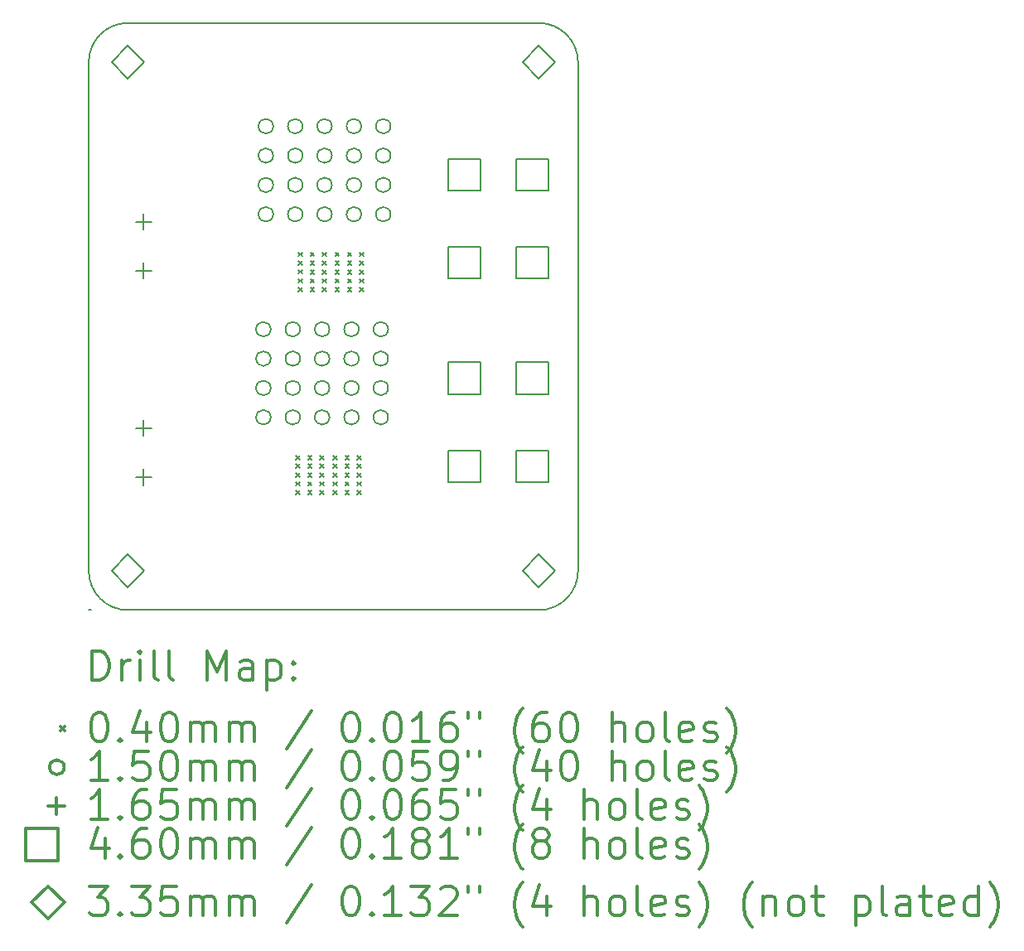
<source format=gbr>
%FSLAX45Y45*%
G04 Gerber Fmt 4.5, Leading zero omitted, Abs format (unit mm)*
G04 Created by KiCad (PCBNEW (5.1.5)-3) date 2020-03-28 10:17:10*
%MOMM*%
%LPD*%
G04 APERTURE LIST*
%TA.AperFunction,Profile*%
%ADD10C,0.150000*%
%TD*%
%ADD11C,0.200000*%
%ADD12C,0.300000*%
G04 APERTURE END LIST*
D10*
X7300000Y-6100000D02*
G75*
G02X7700000Y-5700000I400000J0D01*
G01*
X7700000Y-11700000D02*
G75*
G02X7300000Y-11300000I0J400000D01*
G01*
X12300000Y-11300000D02*
G75*
G02X11900000Y-11700000I-400000J0D01*
G01*
X11900000Y-5700000D02*
G75*
G02X12300000Y-6100000I0J-400000D01*
G01*
X7700000Y-11700000D02*
X11900000Y-11700000D01*
X7700000Y-5700000D02*
X11900000Y-5700000D01*
X12300000Y-11300000D02*
X12300000Y-6100000D01*
X7300000Y-11300000D02*
X7300000Y-6100000D01*
X7300000Y-11700000D02*
X7325000Y-11700000D01*
D11*
X9415000Y-10120000D02*
X9455000Y-10160000D01*
X9455000Y-10120000D02*
X9415000Y-10160000D01*
X9415000Y-10210000D02*
X9455000Y-10250000D01*
X9455000Y-10210000D02*
X9415000Y-10250000D01*
X9415000Y-10300000D02*
X9455000Y-10340000D01*
X9455000Y-10300000D02*
X9415000Y-10340000D01*
X9415000Y-10390000D02*
X9455000Y-10430000D01*
X9455000Y-10390000D02*
X9415000Y-10430000D01*
X9415000Y-10480000D02*
X9455000Y-10520000D01*
X9455000Y-10480000D02*
X9415000Y-10520000D01*
X9440000Y-8045000D02*
X9480000Y-8085000D01*
X9480000Y-8045000D02*
X9440000Y-8085000D01*
X9440000Y-8135000D02*
X9480000Y-8175000D01*
X9480000Y-8135000D02*
X9440000Y-8175000D01*
X9440000Y-8222500D02*
X9480000Y-8262500D01*
X9480000Y-8222500D02*
X9440000Y-8262500D01*
X9440000Y-8315000D02*
X9480000Y-8355000D01*
X9480000Y-8315000D02*
X9440000Y-8355000D01*
X9440000Y-8405000D02*
X9480000Y-8445000D01*
X9480000Y-8405000D02*
X9440000Y-8445000D01*
X9540000Y-10120000D02*
X9580000Y-10160000D01*
X9580000Y-10120000D02*
X9540000Y-10160000D01*
X9540000Y-10210000D02*
X9580000Y-10250000D01*
X9580000Y-10210000D02*
X9540000Y-10250000D01*
X9540000Y-10300000D02*
X9580000Y-10340000D01*
X9580000Y-10300000D02*
X9540000Y-10340000D01*
X9540000Y-10390000D02*
X9580000Y-10430000D01*
X9580000Y-10390000D02*
X9540000Y-10430000D01*
X9540000Y-10480000D02*
X9580000Y-10520000D01*
X9580000Y-10480000D02*
X9540000Y-10520000D01*
X9565000Y-8045000D02*
X9605000Y-8085000D01*
X9605000Y-8045000D02*
X9565000Y-8085000D01*
X9565000Y-8135000D02*
X9605000Y-8175000D01*
X9605000Y-8135000D02*
X9565000Y-8175000D01*
X9565000Y-8225000D02*
X9605000Y-8265000D01*
X9605000Y-8225000D02*
X9565000Y-8265000D01*
X9565000Y-8315000D02*
X9605000Y-8355000D01*
X9605000Y-8315000D02*
X9565000Y-8355000D01*
X9565000Y-8405000D02*
X9605000Y-8445000D01*
X9605000Y-8405000D02*
X9565000Y-8445000D01*
X9665000Y-10120000D02*
X9705000Y-10160000D01*
X9705000Y-10120000D02*
X9665000Y-10160000D01*
X9665000Y-10210000D02*
X9705000Y-10250000D01*
X9705000Y-10210000D02*
X9665000Y-10250000D01*
X9665000Y-10300000D02*
X9705000Y-10340000D01*
X9705000Y-10300000D02*
X9665000Y-10340000D01*
X9665000Y-10390000D02*
X9705000Y-10430000D01*
X9705000Y-10390000D02*
X9665000Y-10430000D01*
X9665000Y-10480000D02*
X9705000Y-10520000D01*
X9705000Y-10480000D02*
X9665000Y-10520000D01*
X9690000Y-8045000D02*
X9730000Y-8085000D01*
X9730000Y-8045000D02*
X9690000Y-8085000D01*
X9690000Y-8135000D02*
X9730000Y-8175000D01*
X9730000Y-8135000D02*
X9690000Y-8175000D01*
X9690000Y-8225000D02*
X9730000Y-8265000D01*
X9730000Y-8225000D02*
X9690000Y-8265000D01*
X9690000Y-8315000D02*
X9730000Y-8355000D01*
X9730000Y-8315000D02*
X9690000Y-8355000D01*
X9690000Y-8405000D02*
X9730000Y-8445000D01*
X9730000Y-8405000D02*
X9690000Y-8445000D01*
X9795000Y-10120000D02*
X9835000Y-10160000D01*
X9835000Y-10120000D02*
X9795000Y-10160000D01*
X9795000Y-10210000D02*
X9835000Y-10250000D01*
X9835000Y-10210000D02*
X9795000Y-10250000D01*
X9795000Y-10300000D02*
X9835000Y-10340000D01*
X9835000Y-10300000D02*
X9795000Y-10340000D01*
X9795000Y-10390000D02*
X9835000Y-10430000D01*
X9835000Y-10390000D02*
X9795000Y-10430000D01*
X9795000Y-10480000D02*
X9835000Y-10520000D01*
X9835000Y-10480000D02*
X9795000Y-10520000D01*
X9820000Y-8045000D02*
X9860000Y-8085000D01*
X9860000Y-8045000D02*
X9820000Y-8085000D01*
X9820000Y-8135000D02*
X9860000Y-8175000D01*
X9860000Y-8135000D02*
X9820000Y-8175000D01*
X9820000Y-8225000D02*
X9860000Y-8265000D01*
X9860000Y-8225000D02*
X9820000Y-8265000D01*
X9820000Y-8315000D02*
X9860000Y-8355000D01*
X9860000Y-8315000D02*
X9820000Y-8355000D01*
X9820000Y-8405000D02*
X9860000Y-8445000D01*
X9860000Y-8405000D02*
X9820000Y-8445000D01*
X9920000Y-10120000D02*
X9960000Y-10160000D01*
X9960000Y-10120000D02*
X9920000Y-10160000D01*
X9920000Y-10210000D02*
X9960000Y-10250000D01*
X9960000Y-10210000D02*
X9920000Y-10250000D01*
X9920000Y-10300000D02*
X9960000Y-10340000D01*
X9960000Y-10300000D02*
X9920000Y-10340000D01*
X9920000Y-10390000D02*
X9960000Y-10430000D01*
X9960000Y-10390000D02*
X9920000Y-10430000D01*
X9920000Y-10480000D02*
X9960000Y-10520000D01*
X9960000Y-10480000D02*
X9920000Y-10520000D01*
X9945000Y-8045000D02*
X9985000Y-8085000D01*
X9985000Y-8045000D02*
X9945000Y-8085000D01*
X9945000Y-8135000D02*
X9985000Y-8175000D01*
X9985000Y-8135000D02*
X9945000Y-8175000D01*
X9945000Y-8225000D02*
X9985000Y-8265000D01*
X9985000Y-8225000D02*
X9945000Y-8265000D01*
X9945000Y-8315000D02*
X9985000Y-8355000D01*
X9985000Y-8315000D02*
X9945000Y-8355000D01*
X9945000Y-8405000D02*
X9985000Y-8445000D01*
X9985000Y-8405000D02*
X9945000Y-8445000D01*
X10045000Y-10120000D02*
X10085000Y-10160000D01*
X10085000Y-10120000D02*
X10045000Y-10160000D01*
X10045000Y-10210000D02*
X10085000Y-10250000D01*
X10085000Y-10210000D02*
X10045000Y-10250000D01*
X10045000Y-10300000D02*
X10085000Y-10340000D01*
X10085000Y-10300000D02*
X10045000Y-10340000D01*
X10045000Y-10390000D02*
X10085000Y-10430000D01*
X10085000Y-10390000D02*
X10045000Y-10430000D01*
X10045000Y-10480000D02*
X10085000Y-10520000D01*
X10085000Y-10480000D02*
X10045000Y-10520000D01*
X10070000Y-8045000D02*
X10110000Y-8085000D01*
X10110000Y-8045000D02*
X10070000Y-8085000D01*
X10070000Y-8135000D02*
X10110000Y-8175000D01*
X10110000Y-8135000D02*
X10070000Y-8175000D01*
X10070000Y-8225000D02*
X10110000Y-8265000D01*
X10110000Y-8225000D02*
X10070000Y-8265000D01*
X10070000Y-8315000D02*
X10110000Y-8355000D01*
X10110000Y-8315000D02*
X10070000Y-8355000D01*
X10070000Y-8405000D02*
X10110000Y-8445000D01*
X10110000Y-8405000D02*
X10070000Y-8445000D01*
X9160000Y-8830000D02*
G75*
G03X9160000Y-8830000I-75000J0D01*
G01*
X9160000Y-9130000D02*
G75*
G03X9160000Y-9130000I-75000J0D01*
G01*
X9160000Y-9430000D02*
G75*
G03X9160000Y-9430000I-75000J0D01*
G01*
X9160000Y-9730000D02*
G75*
G03X9160000Y-9730000I-75000J0D01*
G01*
X9460000Y-8830000D02*
G75*
G03X9460000Y-8830000I-75000J0D01*
G01*
X9460000Y-9130000D02*
G75*
G03X9460000Y-9130000I-75000J0D01*
G01*
X9460000Y-9430000D02*
G75*
G03X9460000Y-9430000I-75000J0D01*
G01*
X9460000Y-9730000D02*
G75*
G03X9460000Y-9730000I-75000J0D01*
G01*
X9760000Y-8830000D02*
G75*
G03X9760000Y-8830000I-75000J0D01*
G01*
X9760000Y-9130000D02*
G75*
G03X9760000Y-9130000I-75000J0D01*
G01*
X9760000Y-9430000D02*
G75*
G03X9760000Y-9430000I-75000J0D01*
G01*
X9760000Y-9730000D02*
G75*
G03X9760000Y-9730000I-75000J0D01*
G01*
X10060000Y-8830000D02*
G75*
G03X10060000Y-8830000I-75000J0D01*
G01*
X10060000Y-9130000D02*
G75*
G03X10060000Y-9130000I-75000J0D01*
G01*
X10060000Y-9430000D02*
G75*
G03X10060000Y-9430000I-75000J0D01*
G01*
X10060000Y-9730000D02*
G75*
G03X10060000Y-9730000I-75000J0D01*
G01*
X10360000Y-8830000D02*
G75*
G03X10360000Y-8830000I-75000J0D01*
G01*
X10360000Y-9130000D02*
G75*
G03X10360000Y-9130000I-75000J0D01*
G01*
X10360000Y-9430000D02*
G75*
G03X10360000Y-9430000I-75000J0D01*
G01*
X10360000Y-9730000D02*
G75*
G03X10360000Y-9730000I-75000J0D01*
G01*
X9185000Y-6755000D02*
G75*
G03X9185000Y-6755000I-75000J0D01*
G01*
X9185000Y-7055000D02*
G75*
G03X9185000Y-7055000I-75000J0D01*
G01*
X9185000Y-7355000D02*
G75*
G03X9185000Y-7355000I-75000J0D01*
G01*
X9185000Y-7655000D02*
G75*
G03X9185000Y-7655000I-75000J0D01*
G01*
X9485000Y-6755000D02*
G75*
G03X9485000Y-6755000I-75000J0D01*
G01*
X9485000Y-7055000D02*
G75*
G03X9485000Y-7055000I-75000J0D01*
G01*
X9485000Y-7355000D02*
G75*
G03X9485000Y-7355000I-75000J0D01*
G01*
X9485000Y-7655000D02*
G75*
G03X9485000Y-7655000I-75000J0D01*
G01*
X9785000Y-6755000D02*
G75*
G03X9785000Y-6755000I-75000J0D01*
G01*
X9785000Y-7055000D02*
G75*
G03X9785000Y-7055000I-75000J0D01*
G01*
X9785000Y-7355000D02*
G75*
G03X9785000Y-7355000I-75000J0D01*
G01*
X9785000Y-7655000D02*
G75*
G03X9785000Y-7655000I-75000J0D01*
G01*
X10085000Y-6755000D02*
G75*
G03X10085000Y-6755000I-75000J0D01*
G01*
X10085000Y-7055000D02*
G75*
G03X10085000Y-7055000I-75000J0D01*
G01*
X10085000Y-7355000D02*
G75*
G03X10085000Y-7355000I-75000J0D01*
G01*
X10085000Y-7655000D02*
G75*
G03X10085000Y-7655000I-75000J0D01*
G01*
X10385000Y-6755000D02*
G75*
G03X10385000Y-6755000I-75000J0D01*
G01*
X10385000Y-7055000D02*
G75*
G03X10385000Y-7055000I-75000J0D01*
G01*
X10385000Y-7355000D02*
G75*
G03X10385000Y-7355000I-75000J0D01*
G01*
X10385000Y-7655000D02*
G75*
G03X10385000Y-7655000I-75000J0D01*
G01*
X7860000Y-9757500D02*
X7860000Y-9922500D01*
X7777500Y-9840000D02*
X7942500Y-9840000D01*
X7860000Y-10257500D02*
X7860000Y-10422500D01*
X7777500Y-10340000D02*
X7942500Y-10340000D01*
X7860000Y-7647500D02*
X7860000Y-7812500D01*
X7777500Y-7730000D02*
X7942500Y-7730000D01*
X7860000Y-8147500D02*
X7860000Y-8312500D01*
X7777500Y-8230000D02*
X7942500Y-8230000D01*
X11300136Y-8312636D02*
X11300136Y-7987364D01*
X10974864Y-7987364D01*
X10974864Y-8312636D01*
X11300136Y-8312636D01*
X11995136Y-8312636D02*
X11995136Y-7987364D01*
X11669864Y-7987364D01*
X11669864Y-8312636D01*
X11995136Y-8312636D01*
X11300136Y-10392636D02*
X11300136Y-10067364D01*
X10974864Y-10067364D01*
X10974864Y-10392636D01*
X11300136Y-10392636D01*
X11995136Y-10392636D02*
X11995136Y-10067364D01*
X11669864Y-10067364D01*
X11669864Y-10392636D01*
X11995136Y-10392636D01*
X11300136Y-7412636D02*
X11300136Y-7087364D01*
X10974864Y-7087364D01*
X10974864Y-7412636D01*
X11300136Y-7412636D01*
X11995136Y-7412636D02*
X11995136Y-7087364D01*
X11669864Y-7087364D01*
X11669864Y-7412636D01*
X11995136Y-7412636D01*
X11300136Y-9492636D02*
X11300136Y-9167364D01*
X10974864Y-9167364D01*
X10974864Y-9492636D01*
X11300136Y-9492636D01*
X11995136Y-9492636D02*
X11995136Y-9167364D01*
X11669864Y-9167364D01*
X11669864Y-9492636D01*
X11995136Y-9492636D01*
X11900000Y-11467500D02*
X12067500Y-11300000D01*
X11900000Y-11132500D01*
X11732500Y-11300000D01*
X11900000Y-11467500D01*
X7700000Y-11467500D02*
X7867500Y-11300000D01*
X7700000Y-11132500D01*
X7532500Y-11300000D01*
X7700000Y-11467500D01*
X7700000Y-6267500D02*
X7867500Y-6100000D01*
X7700000Y-5932500D01*
X7532500Y-6100000D01*
X7700000Y-6267500D01*
X11900000Y-6267500D02*
X12067500Y-6100000D01*
X11900000Y-5932500D01*
X11732500Y-6100000D01*
X11900000Y-6267500D01*
D12*
X7336428Y-12415714D02*
X7336428Y-12115714D01*
X7407857Y-12115714D01*
X7450714Y-12130000D01*
X7479286Y-12158571D01*
X7493571Y-12187143D01*
X7507857Y-12244286D01*
X7507857Y-12287143D01*
X7493571Y-12344286D01*
X7479286Y-12372857D01*
X7450714Y-12401428D01*
X7407857Y-12415714D01*
X7336428Y-12415714D01*
X7636428Y-12415714D02*
X7636428Y-12215714D01*
X7636428Y-12272857D02*
X7650714Y-12244286D01*
X7665000Y-12230000D01*
X7693571Y-12215714D01*
X7722143Y-12215714D01*
X7822143Y-12415714D02*
X7822143Y-12215714D01*
X7822143Y-12115714D02*
X7807857Y-12130000D01*
X7822143Y-12144286D01*
X7836428Y-12130000D01*
X7822143Y-12115714D01*
X7822143Y-12144286D01*
X8007857Y-12415714D02*
X7979286Y-12401428D01*
X7965000Y-12372857D01*
X7965000Y-12115714D01*
X8165000Y-12415714D02*
X8136428Y-12401428D01*
X8122143Y-12372857D01*
X8122143Y-12115714D01*
X8507857Y-12415714D02*
X8507857Y-12115714D01*
X8607857Y-12330000D01*
X8707857Y-12115714D01*
X8707857Y-12415714D01*
X8979286Y-12415714D02*
X8979286Y-12258571D01*
X8965000Y-12230000D01*
X8936429Y-12215714D01*
X8879286Y-12215714D01*
X8850714Y-12230000D01*
X8979286Y-12401428D02*
X8950714Y-12415714D01*
X8879286Y-12415714D01*
X8850714Y-12401428D01*
X8836429Y-12372857D01*
X8836429Y-12344286D01*
X8850714Y-12315714D01*
X8879286Y-12301428D01*
X8950714Y-12301428D01*
X8979286Y-12287143D01*
X9122143Y-12215714D02*
X9122143Y-12515714D01*
X9122143Y-12230000D02*
X9150714Y-12215714D01*
X9207857Y-12215714D01*
X9236429Y-12230000D01*
X9250714Y-12244286D01*
X9265000Y-12272857D01*
X9265000Y-12358571D01*
X9250714Y-12387143D01*
X9236429Y-12401428D01*
X9207857Y-12415714D01*
X9150714Y-12415714D01*
X9122143Y-12401428D01*
X9393571Y-12387143D02*
X9407857Y-12401428D01*
X9393571Y-12415714D01*
X9379286Y-12401428D01*
X9393571Y-12387143D01*
X9393571Y-12415714D01*
X9393571Y-12230000D02*
X9407857Y-12244286D01*
X9393571Y-12258571D01*
X9379286Y-12244286D01*
X9393571Y-12230000D01*
X9393571Y-12258571D01*
X7010000Y-12890000D02*
X7050000Y-12930000D01*
X7050000Y-12890000D02*
X7010000Y-12930000D01*
X7393571Y-12745714D02*
X7422143Y-12745714D01*
X7450714Y-12760000D01*
X7465000Y-12774286D01*
X7479286Y-12802857D01*
X7493571Y-12860000D01*
X7493571Y-12931428D01*
X7479286Y-12988571D01*
X7465000Y-13017143D01*
X7450714Y-13031428D01*
X7422143Y-13045714D01*
X7393571Y-13045714D01*
X7365000Y-13031428D01*
X7350714Y-13017143D01*
X7336428Y-12988571D01*
X7322143Y-12931428D01*
X7322143Y-12860000D01*
X7336428Y-12802857D01*
X7350714Y-12774286D01*
X7365000Y-12760000D01*
X7393571Y-12745714D01*
X7622143Y-13017143D02*
X7636428Y-13031428D01*
X7622143Y-13045714D01*
X7607857Y-13031428D01*
X7622143Y-13017143D01*
X7622143Y-13045714D01*
X7893571Y-12845714D02*
X7893571Y-13045714D01*
X7822143Y-12731428D02*
X7750714Y-12945714D01*
X7936428Y-12945714D01*
X8107857Y-12745714D02*
X8136428Y-12745714D01*
X8165000Y-12760000D01*
X8179286Y-12774286D01*
X8193571Y-12802857D01*
X8207857Y-12860000D01*
X8207857Y-12931428D01*
X8193571Y-12988571D01*
X8179286Y-13017143D01*
X8165000Y-13031428D01*
X8136428Y-13045714D01*
X8107857Y-13045714D01*
X8079286Y-13031428D01*
X8065000Y-13017143D01*
X8050714Y-12988571D01*
X8036428Y-12931428D01*
X8036428Y-12860000D01*
X8050714Y-12802857D01*
X8065000Y-12774286D01*
X8079286Y-12760000D01*
X8107857Y-12745714D01*
X8336428Y-13045714D02*
X8336428Y-12845714D01*
X8336428Y-12874286D02*
X8350714Y-12860000D01*
X8379286Y-12845714D01*
X8422143Y-12845714D01*
X8450714Y-12860000D01*
X8465000Y-12888571D01*
X8465000Y-13045714D01*
X8465000Y-12888571D02*
X8479286Y-12860000D01*
X8507857Y-12845714D01*
X8550714Y-12845714D01*
X8579286Y-12860000D01*
X8593571Y-12888571D01*
X8593571Y-13045714D01*
X8736429Y-13045714D02*
X8736429Y-12845714D01*
X8736429Y-12874286D02*
X8750714Y-12860000D01*
X8779286Y-12845714D01*
X8822143Y-12845714D01*
X8850714Y-12860000D01*
X8865000Y-12888571D01*
X8865000Y-13045714D01*
X8865000Y-12888571D02*
X8879286Y-12860000D01*
X8907857Y-12845714D01*
X8950714Y-12845714D01*
X8979286Y-12860000D01*
X8993571Y-12888571D01*
X8993571Y-13045714D01*
X9579286Y-12731428D02*
X9322143Y-13117143D01*
X9965000Y-12745714D02*
X9993571Y-12745714D01*
X10022143Y-12760000D01*
X10036429Y-12774286D01*
X10050714Y-12802857D01*
X10065000Y-12860000D01*
X10065000Y-12931428D01*
X10050714Y-12988571D01*
X10036429Y-13017143D01*
X10022143Y-13031428D01*
X9993571Y-13045714D01*
X9965000Y-13045714D01*
X9936429Y-13031428D01*
X9922143Y-13017143D01*
X9907857Y-12988571D01*
X9893571Y-12931428D01*
X9893571Y-12860000D01*
X9907857Y-12802857D01*
X9922143Y-12774286D01*
X9936429Y-12760000D01*
X9965000Y-12745714D01*
X10193571Y-13017143D02*
X10207857Y-13031428D01*
X10193571Y-13045714D01*
X10179286Y-13031428D01*
X10193571Y-13017143D01*
X10193571Y-13045714D01*
X10393571Y-12745714D02*
X10422143Y-12745714D01*
X10450714Y-12760000D01*
X10465000Y-12774286D01*
X10479286Y-12802857D01*
X10493571Y-12860000D01*
X10493571Y-12931428D01*
X10479286Y-12988571D01*
X10465000Y-13017143D01*
X10450714Y-13031428D01*
X10422143Y-13045714D01*
X10393571Y-13045714D01*
X10365000Y-13031428D01*
X10350714Y-13017143D01*
X10336429Y-12988571D01*
X10322143Y-12931428D01*
X10322143Y-12860000D01*
X10336429Y-12802857D01*
X10350714Y-12774286D01*
X10365000Y-12760000D01*
X10393571Y-12745714D01*
X10779286Y-13045714D02*
X10607857Y-13045714D01*
X10693571Y-13045714D02*
X10693571Y-12745714D01*
X10665000Y-12788571D01*
X10636429Y-12817143D01*
X10607857Y-12831428D01*
X11036429Y-12745714D02*
X10979286Y-12745714D01*
X10950714Y-12760000D01*
X10936429Y-12774286D01*
X10907857Y-12817143D01*
X10893571Y-12874286D01*
X10893571Y-12988571D01*
X10907857Y-13017143D01*
X10922143Y-13031428D01*
X10950714Y-13045714D01*
X11007857Y-13045714D01*
X11036429Y-13031428D01*
X11050714Y-13017143D01*
X11065000Y-12988571D01*
X11065000Y-12917143D01*
X11050714Y-12888571D01*
X11036429Y-12874286D01*
X11007857Y-12860000D01*
X10950714Y-12860000D01*
X10922143Y-12874286D01*
X10907857Y-12888571D01*
X10893571Y-12917143D01*
X11179286Y-12745714D02*
X11179286Y-12802857D01*
X11293571Y-12745714D02*
X11293571Y-12802857D01*
X11736428Y-13160000D02*
X11722143Y-13145714D01*
X11693571Y-13102857D01*
X11679286Y-13074286D01*
X11665000Y-13031428D01*
X11650714Y-12960000D01*
X11650714Y-12902857D01*
X11665000Y-12831428D01*
X11679286Y-12788571D01*
X11693571Y-12760000D01*
X11722143Y-12717143D01*
X11736428Y-12702857D01*
X11979286Y-12745714D02*
X11922143Y-12745714D01*
X11893571Y-12760000D01*
X11879286Y-12774286D01*
X11850714Y-12817143D01*
X11836428Y-12874286D01*
X11836428Y-12988571D01*
X11850714Y-13017143D01*
X11865000Y-13031428D01*
X11893571Y-13045714D01*
X11950714Y-13045714D01*
X11979286Y-13031428D01*
X11993571Y-13017143D01*
X12007857Y-12988571D01*
X12007857Y-12917143D01*
X11993571Y-12888571D01*
X11979286Y-12874286D01*
X11950714Y-12860000D01*
X11893571Y-12860000D01*
X11865000Y-12874286D01*
X11850714Y-12888571D01*
X11836428Y-12917143D01*
X12193571Y-12745714D02*
X12222143Y-12745714D01*
X12250714Y-12760000D01*
X12265000Y-12774286D01*
X12279286Y-12802857D01*
X12293571Y-12860000D01*
X12293571Y-12931428D01*
X12279286Y-12988571D01*
X12265000Y-13017143D01*
X12250714Y-13031428D01*
X12222143Y-13045714D01*
X12193571Y-13045714D01*
X12165000Y-13031428D01*
X12150714Y-13017143D01*
X12136428Y-12988571D01*
X12122143Y-12931428D01*
X12122143Y-12860000D01*
X12136428Y-12802857D01*
X12150714Y-12774286D01*
X12165000Y-12760000D01*
X12193571Y-12745714D01*
X12650714Y-13045714D02*
X12650714Y-12745714D01*
X12779286Y-13045714D02*
X12779286Y-12888571D01*
X12765000Y-12860000D01*
X12736428Y-12845714D01*
X12693571Y-12845714D01*
X12665000Y-12860000D01*
X12650714Y-12874286D01*
X12965000Y-13045714D02*
X12936428Y-13031428D01*
X12922143Y-13017143D01*
X12907857Y-12988571D01*
X12907857Y-12902857D01*
X12922143Y-12874286D01*
X12936428Y-12860000D01*
X12965000Y-12845714D01*
X13007857Y-12845714D01*
X13036428Y-12860000D01*
X13050714Y-12874286D01*
X13065000Y-12902857D01*
X13065000Y-12988571D01*
X13050714Y-13017143D01*
X13036428Y-13031428D01*
X13007857Y-13045714D01*
X12965000Y-13045714D01*
X13236428Y-13045714D02*
X13207857Y-13031428D01*
X13193571Y-13002857D01*
X13193571Y-12745714D01*
X13465000Y-13031428D02*
X13436428Y-13045714D01*
X13379286Y-13045714D01*
X13350714Y-13031428D01*
X13336428Y-13002857D01*
X13336428Y-12888571D01*
X13350714Y-12860000D01*
X13379286Y-12845714D01*
X13436428Y-12845714D01*
X13465000Y-12860000D01*
X13479286Y-12888571D01*
X13479286Y-12917143D01*
X13336428Y-12945714D01*
X13593571Y-13031428D02*
X13622143Y-13045714D01*
X13679286Y-13045714D01*
X13707857Y-13031428D01*
X13722143Y-13002857D01*
X13722143Y-12988571D01*
X13707857Y-12960000D01*
X13679286Y-12945714D01*
X13636428Y-12945714D01*
X13607857Y-12931428D01*
X13593571Y-12902857D01*
X13593571Y-12888571D01*
X13607857Y-12860000D01*
X13636428Y-12845714D01*
X13679286Y-12845714D01*
X13707857Y-12860000D01*
X13822143Y-13160000D02*
X13836428Y-13145714D01*
X13865000Y-13102857D01*
X13879286Y-13074286D01*
X13893571Y-13031428D01*
X13907857Y-12960000D01*
X13907857Y-12902857D01*
X13893571Y-12831428D01*
X13879286Y-12788571D01*
X13865000Y-12760000D01*
X13836428Y-12717143D01*
X13822143Y-12702857D01*
X7050000Y-13306000D02*
G75*
G03X7050000Y-13306000I-75000J0D01*
G01*
X7493571Y-13441714D02*
X7322143Y-13441714D01*
X7407857Y-13441714D02*
X7407857Y-13141714D01*
X7379286Y-13184571D01*
X7350714Y-13213143D01*
X7322143Y-13227428D01*
X7622143Y-13413143D02*
X7636428Y-13427428D01*
X7622143Y-13441714D01*
X7607857Y-13427428D01*
X7622143Y-13413143D01*
X7622143Y-13441714D01*
X7907857Y-13141714D02*
X7765000Y-13141714D01*
X7750714Y-13284571D01*
X7765000Y-13270286D01*
X7793571Y-13256000D01*
X7865000Y-13256000D01*
X7893571Y-13270286D01*
X7907857Y-13284571D01*
X7922143Y-13313143D01*
X7922143Y-13384571D01*
X7907857Y-13413143D01*
X7893571Y-13427428D01*
X7865000Y-13441714D01*
X7793571Y-13441714D01*
X7765000Y-13427428D01*
X7750714Y-13413143D01*
X8107857Y-13141714D02*
X8136428Y-13141714D01*
X8165000Y-13156000D01*
X8179286Y-13170286D01*
X8193571Y-13198857D01*
X8207857Y-13256000D01*
X8207857Y-13327428D01*
X8193571Y-13384571D01*
X8179286Y-13413143D01*
X8165000Y-13427428D01*
X8136428Y-13441714D01*
X8107857Y-13441714D01*
X8079286Y-13427428D01*
X8065000Y-13413143D01*
X8050714Y-13384571D01*
X8036428Y-13327428D01*
X8036428Y-13256000D01*
X8050714Y-13198857D01*
X8065000Y-13170286D01*
X8079286Y-13156000D01*
X8107857Y-13141714D01*
X8336428Y-13441714D02*
X8336428Y-13241714D01*
X8336428Y-13270286D02*
X8350714Y-13256000D01*
X8379286Y-13241714D01*
X8422143Y-13241714D01*
X8450714Y-13256000D01*
X8465000Y-13284571D01*
X8465000Y-13441714D01*
X8465000Y-13284571D02*
X8479286Y-13256000D01*
X8507857Y-13241714D01*
X8550714Y-13241714D01*
X8579286Y-13256000D01*
X8593571Y-13284571D01*
X8593571Y-13441714D01*
X8736429Y-13441714D02*
X8736429Y-13241714D01*
X8736429Y-13270286D02*
X8750714Y-13256000D01*
X8779286Y-13241714D01*
X8822143Y-13241714D01*
X8850714Y-13256000D01*
X8865000Y-13284571D01*
X8865000Y-13441714D01*
X8865000Y-13284571D02*
X8879286Y-13256000D01*
X8907857Y-13241714D01*
X8950714Y-13241714D01*
X8979286Y-13256000D01*
X8993571Y-13284571D01*
X8993571Y-13441714D01*
X9579286Y-13127428D02*
X9322143Y-13513143D01*
X9965000Y-13141714D02*
X9993571Y-13141714D01*
X10022143Y-13156000D01*
X10036429Y-13170286D01*
X10050714Y-13198857D01*
X10065000Y-13256000D01*
X10065000Y-13327428D01*
X10050714Y-13384571D01*
X10036429Y-13413143D01*
X10022143Y-13427428D01*
X9993571Y-13441714D01*
X9965000Y-13441714D01*
X9936429Y-13427428D01*
X9922143Y-13413143D01*
X9907857Y-13384571D01*
X9893571Y-13327428D01*
X9893571Y-13256000D01*
X9907857Y-13198857D01*
X9922143Y-13170286D01*
X9936429Y-13156000D01*
X9965000Y-13141714D01*
X10193571Y-13413143D02*
X10207857Y-13427428D01*
X10193571Y-13441714D01*
X10179286Y-13427428D01*
X10193571Y-13413143D01*
X10193571Y-13441714D01*
X10393571Y-13141714D02*
X10422143Y-13141714D01*
X10450714Y-13156000D01*
X10465000Y-13170286D01*
X10479286Y-13198857D01*
X10493571Y-13256000D01*
X10493571Y-13327428D01*
X10479286Y-13384571D01*
X10465000Y-13413143D01*
X10450714Y-13427428D01*
X10422143Y-13441714D01*
X10393571Y-13441714D01*
X10365000Y-13427428D01*
X10350714Y-13413143D01*
X10336429Y-13384571D01*
X10322143Y-13327428D01*
X10322143Y-13256000D01*
X10336429Y-13198857D01*
X10350714Y-13170286D01*
X10365000Y-13156000D01*
X10393571Y-13141714D01*
X10765000Y-13141714D02*
X10622143Y-13141714D01*
X10607857Y-13284571D01*
X10622143Y-13270286D01*
X10650714Y-13256000D01*
X10722143Y-13256000D01*
X10750714Y-13270286D01*
X10765000Y-13284571D01*
X10779286Y-13313143D01*
X10779286Y-13384571D01*
X10765000Y-13413143D01*
X10750714Y-13427428D01*
X10722143Y-13441714D01*
X10650714Y-13441714D01*
X10622143Y-13427428D01*
X10607857Y-13413143D01*
X10922143Y-13441714D02*
X10979286Y-13441714D01*
X11007857Y-13427428D01*
X11022143Y-13413143D01*
X11050714Y-13370286D01*
X11065000Y-13313143D01*
X11065000Y-13198857D01*
X11050714Y-13170286D01*
X11036429Y-13156000D01*
X11007857Y-13141714D01*
X10950714Y-13141714D01*
X10922143Y-13156000D01*
X10907857Y-13170286D01*
X10893571Y-13198857D01*
X10893571Y-13270286D01*
X10907857Y-13298857D01*
X10922143Y-13313143D01*
X10950714Y-13327428D01*
X11007857Y-13327428D01*
X11036429Y-13313143D01*
X11050714Y-13298857D01*
X11065000Y-13270286D01*
X11179286Y-13141714D02*
X11179286Y-13198857D01*
X11293571Y-13141714D02*
X11293571Y-13198857D01*
X11736428Y-13556000D02*
X11722143Y-13541714D01*
X11693571Y-13498857D01*
X11679286Y-13470286D01*
X11665000Y-13427428D01*
X11650714Y-13356000D01*
X11650714Y-13298857D01*
X11665000Y-13227428D01*
X11679286Y-13184571D01*
X11693571Y-13156000D01*
X11722143Y-13113143D01*
X11736428Y-13098857D01*
X11979286Y-13241714D02*
X11979286Y-13441714D01*
X11907857Y-13127428D02*
X11836428Y-13341714D01*
X12022143Y-13341714D01*
X12193571Y-13141714D02*
X12222143Y-13141714D01*
X12250714Y-13156000D01*
X12265000Y-13170286D01*
X12279286Y-13198857D01*
X12293571Y-13256000D01*
X12293571Y-13327428D01*
X12279286Y-13384571D01*
X12265000Y-13413143D01*
X12250714Y-13427428D01*
X12222143Y-13441714D01*
X12193571Y-13441714D01*
X12165000Y-13427428D01*
X12150714Y-13413143D01*
X12136428Y-13384571D01*
X12122143Y-13327428D01*
X12122143Y-13256000D01*
X12136428Y-13198857D01*
X12150714Y-13170286D01*
X12165000Y-13156000D01*
X12193571Y-13141714D01*
X12650714Y-13441714D02*
X12650714Y-13141714D01*
X12779286Y-13441714D02*
X12779286Y-13284571D01*
X12765000Y-13256000D01*
X12736428Y-13241714D01*
X12693571Y-13241714D01*
X12665000Y-13256000D01*
X12650714Y-13270286D01*
X12965000Y-13441714D02*
X12936428Y-13427428D01*
X12922143Y-13413143D01*
X12907857Y-13384571D01*
X12907857Y-13298857D01*
X12922143Y-13270286D01*
X12936428Y-13256000D01*
X12965000Y-13241714D01*
X13007857Y-13241714D01*
X13036428Y-13256000D01*
X13050714Y-13270286D01*
X13065000Y-13298857D01*
X13065000Y-13384571D01*
X13050714Y-13413143D01*
X13036428Y-13427428D01*
X13007857Y-13441714D01*
X12965000Y-13441714D01*
X13236428Y-13441714D02*
X13207857Y-13427428D01*
X13193571Y-13398857D01*
X13193571Y-13141714D01*
X13465000Y-13427428D02*
X13436428Y-13441714D01*
X13379286Y-13441714D01*
X13350714Y-13427428D01*
X13336428Y-13398857D01*
X13336428Y-13284571D01*
X13350714Y-13256000D01*
X13379286Y-13241714D01*
X13436428Y-13241714D01*
X13465000Y-13256000D01*
X13479286Y-13284571D01*
X13479286Y-13313143D01*
X13336428Y-13341714D01*
X13593571Y-13427428D02*
X13622143Y-13441714D01*
X13679286Y-13441714D01*
X13707857Y-13427428D01*
X13722143Y-13398857D01*
X13722143Y-13384571D01*
X13707857Y-13356000D01*
X13679286Y-13341714D01*
X13636428Y-13341714D01*
X13607857Y-13327428D01*
X13593571Y-13298857D01*
X13593571Y-13284571D01*
X13607857Y-13256000D01*
X13636428Y-13241714D01*
X13679286Y-13241714D01*
X13707857Y-13256000D01*
X13822143Y-13556000D02*
X13836428Y-13541714D01*
X13865000Y-13498857D01*
X13879286Y-13470286D01*
X13893571Y-13427428D01*
X13907857Y-13356000D01*
X13907857Y-13298857D01*
X13893571Y-13227428D01*
X13879286Y-13184571D01*
X13865000Y-13156000D01*
X13836428Y-13113143D01*
X13822143Y-13098857D01*
X6967500Y-13619500D02*
X6967500Y-13784500D01*
X6885000Y-13702000D02*
X7050000Y-13702000D01*
X7493571Y-13837714D02*
X7322143Y-13837714D01*
X7407857Y-13837714D02*
X7407857Y-13537714D01*
X7379286Y-13580571D01*
X7350714Y-13609143D01*
X7322143Y-13623428D01*
X7622143Y-13809143D02*
X7636428Y-13823428D01*
X7622143Y-13837714D01*
X7607857Y-13823428D01*
X7622143Y-13809143D01*
X7622143Y-13837714D01*
X7893571Y-13537714D02*
X7836428Y-13537714D01*
X7807857Y-13552000D01*
X7793571Y-13566286D01*
X7765000Y-13609143D01*
X7750714Y-13666286D01*
X7750714Y-13780571D01*
X7765000Y-13809143D01*
X7779286Y-13823428D01*
X7807857Y-13837714D01*
X7865000Y-13837714D01*
X7893571Y-13823428D01*
X7907857Y-13809143D01*
X7922143Y-13780571D01*
X7922143Y-13709143D01*
X7907857Y-13680571D01*
X7893571Y-13666286D01*
X7865000Y-13652000D01*
X7807857Y-13652000D01*
X7779286Y-13666286D01*
X7765000Y-13680571D01*
X7750714Y-13709143D01*
X8193571Y-13537714D02*
X8050714Y-13537714D01*
X8036428Y-13680571D01*
X8050714Y-13666286D01*
X8079286Y-13652000D01*
X8150714Y-13652000D01*
X8179286Y-13666286D01*
X8193571Y-13680571D01*
X8207857Y-13709143D01*
X8207857Y-13780571D01*
X8193571Y-13809143D01*
X8179286Y-13823428D01*
X8150714Y-13837714D01*
X8079286Y-13837714D01*
X8050714Y-13823428D01*
X8036428Y-13809143D01*
X8336428Y-13837714D02*
X8336428Y-13637714D01*
X8336428Y-13666286D02*
X8350714Y-13652000D01*
X8379286Y-13637714D01*
X8422143Y-13637714D01*
X8450714Y-13652000D01*
X8465000Y-13680571D01*
X8465000Y-13837714D01*
X8465000Y-13680571D02*
X8479286Y-13652000D01*
X8507857Y-13637714D01*
X8550714Y-13637714D01*
X8579286Y-13652000D01*
X8593571Y-13680571D01*
X8593571Y-13837714D01*
X8736429Y-13837714D02*
X8736429Y-13637714D01*
X8736429Y-13666286D02*
X8750714Y-13652000D01*
X8779286Y-13637714D01*
X8822143Y-13637714D01*
X8850714Y-13652000D01*
X8865000Y-13680571D01*
X8865000Y-13837714D01*
X8865000Y-13680571D02*
X8879286Y-13652000D01*
X8907857Y-13637714D01*
X8950714Y-13637714D01*
X8979286Y-13652000D01*
X8993571Y-13680571D01*
X8993571Y-13837714D01*
X9579286Y-13523428D02*
X9322143Y-13909143D01*
X9965000Y-13537714D02*
X9993571Y-13537714D01*
X10022143Y-13552000D01*
X10036429Y-13566286D01*
X10050714Y-13594857D01*
X10065000Y-13652000D01*
X10065000Y-13723428D01*
X10050714Y-13780571D01*
X10036429Y-13809143D01*
X10022143Y-13823428D01*
X9993571Y-13837714D01*
X9965000Y-13837714D01*
X9936429Y-13823428D01*
X9922143Y-13809143D01*
X9907857Y-13780571D01*
X9893571Y-13723428D01*
X9893571Y-13652000D01*
X9907857Y-13594857D01*
X9922143Y-13566286D01*
X9936429Y-13552000D01*
X9965000Y-13537714D01*
X10193571Y-13809143D02*
X10207857Y-13823428D01*
X10193571Y-13837714D01*
X10179286Y-13823428D01*
X10193571Y-13809143D01*
X10193571Y-13837714D01*
X10393571Y-13537714D02*
X10422143Y-13537714D01*
X10450714Y-13552000D01*
X10465000Y-13566286D01*
X10479286Y-13594857D01*
X10493571Y-13652000D01*
X10493571Y-13723428D01*
X10479286Y-13780571D01*
X10465000Y-13809143D01*
X10450714Y-13823428D01*
X10422143Y-13837714D01*
X10393571Y-13837714D01*
X10365000Y-13823428D01*
X10350714Y-13809143D01*
X10336429Y-13780571D01*
X10322143Y-13723428D01*
X10322143Y-13652000D01*
X10336429Y-13594857D01*
X10350714Y-13566286D01*
X10365000Y-13552000D01*
X10393571Y-13537714D01*
X10750714Y-13537714D02*
X10693571Y-13537714D01*
X10665000Y-13552000D01*
X10650714Y-13566286D01*
X10622143Y-13609143D01*
X10607857Y-13666286D01*
X10607857Y-13780571D01*
X10622143Y-13809143D01*
X10636429Y-13823428D01*
X10665000Y-13837714D01*
X10722143Y-13837714D01*
X10750714Y-13823428D01*
X10765000Y-13809143D01*
X10779286Y-13780571D01*
X10779286Y-13709143D01*
X10765000Y-13680571D01*
X10750714Y-13666286D01*
X10722143Y-13652000D01*
X10665000Y-13652000D01*
X10636429Y-13666286D01*
X10622143Y-13680571D01*
X10607857Y-13709143D01*
X11050714Y-13537714D02*
X10907857Y-13537714D01*
X10893571Y-13680571D01*
X10907857Y-13666286D01*
X10936429Y-13652000D01*
X11007857Y-13652000D01*
X11036429Y-13666286D01*
X11050714Y-13680571D01*
X11065000Y-13709143D01*
X11065000Y-13780571D01*
X11050714Y-13809143D01*
X11036429Y-13823428D01*
X11007857Y-13837714D01*
X10936429Y-13837714D01*
X10907857Y-13823428D01*
X10893571Y-13809143D01*
X11179286Y-13537714D02*
X11179286Y-13594857D01*
X11293571Y-13537714D02*
X11293571Y-13594857D01*
X11736428Y-13952000D02*
X11722143Y-13937714D01*
X11693571Y-13894857D01*
X11679286Y-13866286D01*
X11665000Y-13823428D01*
X11650714Y-13752000D01*
X11650714Y-13694857D01*
X11665000Y-13623428D01*
X11679286Y-13580571D01*
X11693571Y-13552000D01*
X11722143Y-13509143D01*
X11736428Y-13494857D01*
X11979286Y-13637714D02*
X11979286Y-13837714D01*
X11907857Y-13523428D02*
X11836428Y-13737714D01*
X12022143Y-13737714D01*
X12365000Y-13837714D02*
X12365000Y-13537714D01*
X12493571Y-13837714D02*
X12493571Y-13680571D01*
X12479286Y-13652000D01*
X12450714Y-13637714D01*
X12407857Y-13637714D01*
X12379286Y-13652000D01*
X12365000Y-13666286D01*
X12679286Y-13837714D02*
X12650714Y-13823428D01*
X12636428Y-13809143D01*
X12622143Y-13780571D01*
X12622143Y-13694857D01*
X12636428Y-13666286D01*
X12650714Y-13652000D01*
X12679286Y-13637714D01*
X12722143Y-13637714D01*
X12750714Y-13652000D01*
X12765000Y-13666286D01*
X12779286Y-13694857D01*
X12779286Y-13780571D01*
X12765000Y-13809143D01*
X12750714Y-13823428D01*
X12722143Y-13837714D01*
X12679286Y-13837714D01*
X12950714Y-13837714D02*
X12922143Y-13823428D01*
X12907857Y-13794857D01*
X12907857Y-13537714D01*
X13179286Y-13823428D02*
X13150714Y-13837714D01*
X13093571Y-13837714D01*
X13065000Y-13823428D01*
X13050714Y-13794857D01*
X13050714Y-13680571D01*
X13065000Y-13652000D01*
X13093571Y-13637714D01*
X13150714Y-13637714D01*
X13179286Y-13652000D01*
X13193571Y-13680571D01*
X13193571Y-13709143D01*
X13050714Y-13737714D01*
X13307857Y-13823428D02*
X13336428Y-13837714D01*
X13393571Y-13837714D01*
X13422143Y-13823428D01*
X13436428Y-13794857D01*
X13436428Y-13780571D01*
X13422143Y-13752000D01*
X13393571Y-13737714D01*
X13350714Y-13737714D01*
X13322143Y-13723428D01*
X13307857Y-13694857D01*
X13307857Y-13680571D01*
X13322143Y-13652000D01*
X13350714Y-13637714D01*
X13393571Y-13637714D01*
X13422143Y-13652000D01*
X13536428Y-13952000D02*
X13550714Y-13937714D01*
X13579286Y-13894857D01*
X13593571Y-13866286D01*
X13607857Y-13823428D01*
X13622143Y-13752000D01*
X13622143Y-13694857D01*
X13607857Y-13623428D01*
X13593571Y-13580571D01*
X13579286Y-13552000D01*
X13550714Y-13509143D01*
X13536428Y-13494857D01*
X6982636Y-14260636D02*
X6982636Y-13935364D01*
X6657364Y-13935364D01*
X6657364Y-14260636D01*
X6982636Y-14260636D01*
X7465000Y-14033714D02*
X7465000Y-14233714D01*
X7393571Y-13919428D02*
X7322143Y-14133714D01*
X7507857Y-14133714D01*
X7622143Y-14205143D02*
X7636428Y-14219428D01*
X7622143Y-14233714D01*
X7607857Y-14219428D01*
X7622143Y-14205143D01*
X7622143Y-14233714D01*
X7893571Y-13933714D02*
X7836428Y-13933714D01*
X7807857Y-13948000D01*
X7793571Y-13962286D01*
X7765000Y-14005143D01*
X7750714Y-14062286D01*
X7750714Y-14176571D01*
X7765000Y-14205143D01*
X7779286Y-14219428D01*
X7807857Y-14233714D01*
X7865000Y-14233714D01*
X7893571Y-14219428D01*
X7907857Y-14205143D01*
X7922143Y-14176571D01*
X7922143Y-14105143D01*
X7907857Y-14076571D01*
X7893571Y-14062286D01*
X7865000Y-14048000D01*
X7807857Y-14048000D01*
X7779286Y-14062286D01*
X7765000Y-14076571D01*
X7750714Y-14105143D01*
X8107857Y-13933714D02*
X8136428Y-13933714D01*
X8165000Y-13948000D01*
X8179286Y-13962286D01*
X8193571Y-13990857D01*
X8207857Y-14048000D01*
X8207857Y-14119428D01*
X8193571Y-14176571D01*
X8179286Y-14205143D01*
X8165000Y-14219428D01*
X8136428Y-14233714D01*
X8107857Y-14233714D01*
X8079286Y-14219428D01*
X8065000Y-14205143D01*
X8050714Y-14176571D01*
X8036428Y-14119428D01*
X8036428Y-14048000D01*
X8050714Y-13990857D01*
X8065000Y-13962286D01*
X8079286Y-13948000D01*
X8107857Y-13933714D01*
X8336428Y-14233714D02*
X8336428Y-14033714D01*
X8336428Y-14062286D02*
X8350714Y-14048000D01*
X8379286Y-14033714D01*
X8422143Y-14033714D01*
X8450714Y-14048000D01*
X8465000Y-14076571D01*
X8465000Y-14233714D01*
X8465000Y-14076571D02*
X8479286Y-14048000D01*
X8507857Y-14033714D01*
X8550714Y-14033714D01*
X8579286Y-14048000D01*
X8593571Y-14076571D01*
X8593571Y-14233714D01*
X8736429Y-14233714D02*
X8736429Y-14033714D01*
X8736429Y-14062286D02*
X8750714Y-14048000D01*
X8779286Y-14033714D01*
X8822143Y-14033714D01*
X8850714Y-14048000D01*
X8865000Y-14076571D01*
X8865000Y-14233714D01*
X8865000Y-14076571D02*
X8879286Y-14048000D01*
X8907857Y-14033714D01*
X8950714Y-14033714D01*
X8979286Y-14048000D01*
X8993571Y-14076571D01*
X8993571Y-14233714D01*
X9579286Y-13919428D02*
X9322143Y-14305143D01*
X9965000Y-13933714D02*
X9993571Y-13933714D01*
X10022143Y-13948000D01*
X10036429Y-13962286D01*
X10050714Y-13990857D01*
X10065000Y-14048000D01*
X10065000Y-14119428D01*
X10050714Y-14176571D01*
X10036429Y-14205143D01*
X10022143Y-14219428D01*
X9993571Y-14233714D01*
X9965000Y-14233714D01*
X9936429Y-14219428D01*
X9922143Y-14205143D01*
X9907857Y-14176571D01*
X9893571Y-14119428D01*
X9893571Y-14048000D01*
X9907857Y-13990857D01*
X9922143Y-13962286D01*
X9936429Y-13948000D01*
X9965000Y-13933714D01*
X10193571Y-14205143D02*
X10207857Y-14219428D01*
X10193571Y-14233714D01*
X10179286Y-14219428D01*
X10193571Y-14205143D01*
X10193571Y-14233714D01*
X10493571Y-14233714D02*
X10322143Y-14233714D01*
X10407857Y-14233714D02*
X10407857Y-13933714D01*
X10379286Y-13976571D01*
X10350714Y-14005143D01*
X10322143Y-14019428D01*
X10665000Y-14062286D02*
X10636429Y-14048000D01*
X10622143Y-14033714D01*
X10607857Y-14005143D01*
X10607857Y-13990857D01*
X10622143Y-13962286D01*
X10636429Y-13948000D01*
X10665000Y-13933714D01*
X10722143Y-13933714D01*
X10750714Y-13948000D01*
X10765000Y-13962286D01*
X10779286Y-13990857D01*
X10779286Y-14005143D01*
X10765000Y-14033714D01*
X10750714Y-14048000D01*
X10722143Y-14062286D01*
X10665000Y-14062286D01*
X10636429Y-14076571D01*
X10622143Y-14090857D01*
X10607857Y-14119428D01*
X10607857Y-14176571D01*
X10622143Y-14205143D01*
X10636429Y-14219428D01*
X10665000Y-14233714D01*
X10722143Y-14233714D01*
X10750714Y-14219428D01*
X10765000Y-14205143D01*
X10779286Y-14176571D01*
X10779286Y-14119428D01*
X10765000Y-14090857D01*
X10750714Y-14076571D01*
X10722143Y-14062286D01*
X11065000Y-14233714D02*
X10893571Y-14233714D01*
X10979286Y-14233714D02*
X10979286Y-13933714D01*
X10950714Y-13976571D01*
X10922143Y-14005143D01*
X10893571Y-14019428D01*
X11179286Y-13933714D02*
X11179286Y-13990857D01*
X11293571Y-13933714D02*
X11293571Y-13990857D01*
X11736428Y-14348000D02*
X11722143Y-14333714D01*
X11693571Y-14290857D01*
X11679286Y-14262286D01*
X11665000Y-14219428D01*
X11650714Y-14148000D01*
X11650714Y-14090857D01*
X11665000Y-14019428D01*
X11679286Y-13976571D01*
X11693571Y-13948000D01*
X11722143Y-13905143D01*
X11736428Y-13890857D01*
X11893571Y-14062286D02*
X11865000Y-14048000D01*
X11850714Y-14033714D01*
X11836428Y-14005143D01*
X11836428Y-13990857D01*
X11850714Y-13962286D01*
X11865000Y-13948000D01*
X11893571Y-13933714D01*
X11950714Y-13933714D01*
X11979286Y-13948000D01*
X11993571Y-13962286D01*
X12007857Y-13990857D01*
X12007857Y-14005143D01*
X11993571Y-14033714D01*
X11979286Y-14048000D01*
X11950714Y-14062286D01*
X11893571Y-14062286D01*
X11865000Y-14076571D01*
X11850714Y-14090857D01*
X11836428Y-14119428D01*
X11836428Y-14176571D01*
X11850714Y-14205143D01*
X11865000Y-14219428D01*
X11893571Y-14233714D01*
X11950714Y-14233714D01*
X11979286Y-14219428D01*
X11993571Y-14205143D01*
X12007857Y-14176571D01*
X12007857Y-14119428D01*
X11993571Y-14090857D01*
X11979286Y-14076571D01*
X11950714Y-14062286D01*
X12365000Y-14233714D02*
X12365000Y-13933714D01*
X12493571Y-14233714D02*
X12493571Y-14076571D01*
X12479286Y-14048000D01*
X12450714Y-14033714D01*
X12407857Y-14033714D01*
X12379286Y-14048000D01*
X12365000Y-14062286D01*
X12679286Y-14233714D02*
X12650714Y-14219428D01*
X12636428Y-14205143D01*
X12622143Y-14176571D01*
X12622143Y-14090857D01*
X12636428Y-14062286D01*
X12650714Y-14048000D01*
X12679286Y-14033714D01*
X12722143Y-14033714D01*
X12750714Y-14048000D01*
X12765000Y-14062286D01*
X12779286Y-14090857D01*
X12779286Y-14176571D01*
X12765000Y-14205143D01*
X12750714Y-14219428D01*
X12722143Y-14233714D01*
X12679286Y-14233714D01*
X12950714Y-14233714D02*
X12922143Y-14219428D01*
X12907857Y-14190857D01*
X12907857Y-13933714D01*
X13179286Y-14219428D02*
X13150714Y-14233714D01*
X13093571Y-14233714D01*
X13065000Y-14219428D01*
X13050714Y-14190857D01*
X13050714Y-14076571D01*
X13065000Y-14048000D01*
X13093571Y-14033714D01*
X13150714Y-14033714D01*
X13179286Y-14048000D01*
X13193571Y-14076571D01*
X13193571Y-14105143D01*
X13050714Y-14133714D01*
X13307857Y-14219428D02*
X13336428Y-14233714D01*
X13393571Y-14233714D01*
X13422143Y-14219428D01*
X13436428Y-14190857D01*
X13436428Y-14176571D01*
X13422143Y-14148000D01*
X13393571Y-14133714D01*
X13350714Y-14133714D01*
X13322143Y-14119428D01*
X13307857Y-14090857D01*
X13307857Y-14076571D01*
X13322143Y-14048000D01*
X13350714Y-14033714D01*
X13393571Y-14033714D01*
X13422143Y-14048000D01*
X13536428Y-14348000D02*
X13550714Y-14333714D01*
X13579286Y-14290857D01*
X13593571Y-14262286D01*
X13607857Y-14219428D01*
X13622143Y-14148000D01*
X13622143Y-14090857D01*
X13607857Y-14019428D01*
X13593571Y-13976571D01*
X13579286Y-13948000D01*
X13550714Y-13905143D01*
X13536428Y-13890857D01*
X6882500Y-14855500D02*
X7050000Y-14688000D01*
X6882500Y-14520500D01*
X6715000Y-14688000D01*
X6882500Y-14855500D01*
X7307857Y-14523714D02*
X7493571Y-14523714D01*
X7393571Y-14638000D01*
X7436428Y-14638000D01*
X7465000Y-14652286D01*
X7479286Y-14666571D01*
X7493571Y-14695143D01*
X7493571Y-14766571D01*
X7479286Y-14795143D01*
X7465000Y-14809428D01*
X7436428Y-14823714D01*
X7350714Y-14823714D01*
X7322143Y-14809428D01*
X7307857Y-14795143D01*
X7622143Y-14795143D02*
X7636428Y-14809428D01*
X7622143Y-14823714D01*
X7607857Y-14809428D01*
X7622143Y-14795143D01*
X7622143Y-14823714D01*
X7736428Y-14523714D02*
X7922143Y-14523714D01*
X7822143Y-14638000D01*
X7865000Y-14638000D01*
X7893571Y-14652286D01*
X7907857Y-14666571D01*
X7922143Y-14695143D01*
X7922143Y-14766571D01*
X7907857Y-14795143D01*
X7893571Y-14809428D01*
X7865000Y-14823714D01*
X7779286Y-14823714D01*
X7750714Y-14809428D01*
X7736428Y-14795143D01*
X8193571Y-14523714D02*
X8050714Y-14523714D01*
X8036428Y-14666571D01*
X8050714Y-14652286D01*
X8079286Y-14638000D01*
X8150714Y-14638000D01*
X8179286Y-14652286D01*
X8193571Y-14666571D01*
X8207857Y-14695143D01*
X8207857Y-14766571D01*
X8193571Y-14795143D01*
X8179286Y-14809428D01*
X8150714Y-14823714D01*
X8079286Y-14823714D01*
X8050714Y-14809428D01*
X8036428Y-14795143D01*
X8336428Y-14823714D02*
X8336428Y-14623714D01*
X8336428Y-14652286D02*
X8350714Y-14638000D01*
X8379286Y-14623714D01*
X8422143Y-14623714D01*
X8450714Y-14638000D01*
X8465000Y-14666571D01*
X8465000Y-14823714D01*
X8465000Y-14666571D02*
X8479286Y-14638000D01*
X8507857Y-14623714D01*
X8550714Y-14623714D01*
X8579286Y-14638000D01*
X8593571Y-14666571D01*
X8593571Y-14823714D01*
X8736429Y-14823714D02*
X8736429Y-14623714D01*
X8736429Y-14652286D02*
X8750714Y-14638000D01*
X8779286Y-14623714D01*
X8822143Y-14623714D01*
X8850714Y-14638000D01*
X8865000Y-14666571D01*
X8865000Y-14823714D01*
X8865000Y-14666571D02*
X8879286Y-14638000D01*
X8907857Y-14623714D01*
X8950714Y-14623714D01*
X8979286Y-14638000D01*
X8993571Y-14666571D01*
X8993571Y-14823714D01*
X9579286Y-14509428D02*
X9322143Y-14895143D01*
X9965000Y-14523714D02*
X9993571Y-14523714D01*
X10022143Y-14538000D01*
X10036429Y-14552286D01*
X10050714Y-14580857D01*
X10065000Y-14638000D01*
X10065000Y-14709428D01*
X10050714Y-14766571D01*
X10036429Y-14795143D01*
X10022143Y-14809428D01*
X9993571Y-14823714D01*
X9965000Y-14823714D01*
X9936429Y-14809428D01*
X9922143Y-14795143D01*
X9907857Y-14766571D01*
X9893571Y-14709428D01*
X9893571Y-14638000D01*
X9907857Y-14580857D01*
X9922143Y-14552286D01*
X9936429Y-14538000D01*
X9965000Y-14523714D01*
X10193571Y-14795143D02*
X10207857Y-14809428D01*
X10193571Y-14823714D01*
X10179286Y-14809428D01*
X10193571Y-14795143D01*
X10193571Y-14823714D01*
X10493571Y-14823714D02*
X10322143Y-14823714D01*
X10407857Y-14823714D02*
X10407857Y-14523714D01*
X10379286Y-14566571D01*
X10350714Y-14595143D01*
X10322143Y-14609428D01*
X10593571Y-14523714D02*
X10779286Y-14523714D01*
X10679286Y-14638000D01*
X10722143Y-14638000D01*
X10750714Y-14652286D01*
X10765000Y-14666571D01*
X10779286Y-14695143D01*
X10779286Y-14766571D01*
X10765000Y-14795143D01*
X10750714Y-14809428D01*
X10722143Y-14823714D01*
X10636429Y-14823714D01*
X10607857Y-14809428D01*
X10593571Y-14795143D01*
X10893571Y-14552286D02*
X10907857Y-14538000D01*
X10936429Y-14523714D01*
X11007857Y-14523714D01*
X11036429Y-14538000D01*
X11050714Y-14552286D01*
X11065000Y-14580857D01*
X11065000Y-14609428D01*
X11050714Y-14652286D01*
X10879286Y-14823714D01*
X11065000Y-14823714D01*
X11179286Y-14523714D02*
X11179286Y-14580857D01*
X11293571Y-14523714D02*
X11293571Y-14580857D01*
X11736428Y-14938000D02*
X11722143Y-14923714D01*
X11693571Y-14880857D01*
X11679286Y-14852286D01*
X11665000Y-14809428D01*
X11650714Y-14738000D01*
X11650714Y-14680857D01*
X11665000Y-14609428D01*
X11679286Y-14566571D01*
X11693571Y-14538000D01*
X11722143Y-14495143D01*
X11736428Y-14480857D01*
X11979286Y-14623714D02*
X11979286Y-14823714D01*
X11907857Y-14509428D02*
X11836428Y-14723714D01*
X12022143Y-14723714D01*
X12365000Y-14823714D02*
X12365000Y-14523714D01*
X12493571Y-14823714D02*
X12493571Y-14666571D01*
X12479286Y-14638000D01*
X12450714Y-14623714D01*
X12407857Y-14623714D01*
X12379286Y-14638000D01*
X12365000Y-14652286D01*
X12679286Y-14823714D02*
X12650714Y-14809428D01*
X12636428Y-14795143D01*
X12622143Y-14766571D01*
X12622143Y-14680857D01*
X12636428Y-14652286D01*
X12650714Y-14638000D01*
X12679286Y-14623714D01*
X12722143Y-14623714D01*
X12750714Y-14638000D01*
X12765000Y-14652286D01*
X12779286Y-14680857D01*
X12779286Y-14766571D01*
X12765000Y-14795143D01*
X12750714Y-14809428D01*
X12722143Y-14823714D01*
X12679286Y-14823714D01*
X12950714Y-14823714D02*
X12922143Y-14809428D01*
X12907857Y-14780857D01*
X12907857Y-14523714D01*
X13179286Y-14809428D02*
X13150714Y-14823714D01*
X13093571Y-14823714D01*
X13065000Y-14809428D01*
X13050714Y-14780857D01*
X13050714Y-14666571D01*
X13065000Y-14638000D01*
X13093571Y-14623714D01*
X13150714Y-14623714D01*
X13179286Y-14638000D01*
X13193571Y-14666571D01*
X13193571Y-14695143D01*
X13050714Y-14723714D01*
X13307857Y-14809428D02*
X13336428Y-14823714D01*
X13393571Y-14823714D01*
X13422143Y-14809428D01*
X13436428Y-14780857D01*
X13436428Y-14766571D01*
X13422143Y-14738000D01*
X13393571Y-14723714D01*
X13350714Y-14723714D01*
X13322143Y-14709428D01*
X13307857Y-14680857D01*
X13307857Y-14666571D01*
X13322143Y-14638000D01*
X13350714Y-14623714D01*
X13393571Y-14623714D01*
X13422143Y-14638000D01*
X13536428Y-14938000D02*
X13550714Y-14923714D01*
X13579286Y-14880857D01*
X13593571Y-14852286D01*
X13607857Y-14809428D01*
X13622143Y-14738000D01*
X13622143Y-14680857D01*
X13607857Y-14609428D01*
X13593571Y-14566571D01*
X13579286Y-14538000D01*
X13550714Y-14495143D01*
X13536428Y-14480857D01*
X14079286Y-14938000D02*
X14065000Y-14923714D01*
X14036428Y-14880857D01*
X14022143Y-14852286D01*
X14007857Y-14809428D01*
X13993571Y-14738000D01*
X13993571Y-14680857D01*
X14007857Y-14609428D01*
X14022143Y-14566571D01*
X14036428Y-14538000D01*
X14065000Y-14495143D01*
X14079286Y-14480857D01*
X14193571Y-14623714D02*
X14193571Y-14823714D01*
X14193571Y-14652286D02*
X14207857Y-14638000D01*
X14236428Y-14623714D01*
X14279286Y-14623714D01*
X14307857Y-14638000D01*
X14322143Y-14666571D01*
X14322143Y-14823714D01*
X14507857Y-14823714D02*
X14479286Y-14809428D01*
X14465000Y-14795143D01*
X14450714Y-14766571D01*
X14450714Y-14680857D01*
X14465000Y-14652286D01*
X14479286Y-14638000D01*
X14507857Y-14623714D01*
X14550714Y-14623714D01*
X14579286Y-14638000D01*
X14593571Y-14652286D01*
X14607857Y-14680857D01*
X14607857Y-14766571D01*
X14593571Y-14795143D01*
X14579286Y-14809428D01*
X14550714Y-14823714D01*
X14507857Y-14823714D01*
X14693571Y-14623714D02*
X14807857Y-14623714D01*
X14736428Y-14523714D02*
X14736428Y-14780857D01*
X14750714Y-14809428D01*
X14779286Y-14823714D01*
X14807857Y-14823714D01*
X15136428Y-14623714D02*
X15136428Y-14923714D01*
X15136428Y-14638000D02*
X15165000Y-14623714D01*
X15222143Y-14623714D01*
X15250714Y-14638000D01*
X15265000Y-14652286D01*
X15279286Y-14680857D01*
X15279286Y-14766571D01*
X15265000Y-14795143D01*
X15250714Y-14809428D01*
X15222143Y-14823714D01*
X15165000Y-14823714D01*
X15136428Y-14809428D01*
X15450714Y-14823714D02*
X15422143Y-14809428D01*
X15407857Y-14780857D01*
X15407857Y-14523714D01*
X15693571Y-14823714D02*
X15693571Y-14666571D01*
X15679286Y-14638000D01*
X15650714Y-14623714D01*
X15593571Y-14623714D01*
X15565000Y-14638000D01*
X15693571Y-14809428D02*
X15665000Y-14823714D01*
X15593571Y-14823714D01*
X15565000Y-14809428D01*
X15550714Y-14780857D01*
X15550714Y-14752286D01*
X15565000Y-14723714D01*
X15593571Y-14709428D01*
X15665000Y-14709428D01*
X15693571Y-14695143D01*
X15793571Y-14623714D02*
X15907857Y-14623714D01*
X15836428Y-14523714D02*
X15836428Y-14780857D01*
X15850714Y-14809428D01*
X15879286Y-14823714D01*
X15907857Y-14823714D01*
X16122143Y-14809428D02*
X16093571Y-14823714D01*
X16036428Y-14823714D01*
X16007857Y-14809428D01*
X15993571Y-14780857D01*
X15993571Y-14666571D01*
X16007857Y-14638000D01*
X16036428Y-14623714D01*
X16093571Y-14623714D01*
X16122143Y-14638000D01*
X16136428Y-14666571D01*
X16136428Y-14695143D01*
X15993571Y-14723714D01*
X16393571Y-14823714D02*
X16393571Y-14523714D01*
X16393571Y-14809428D02*
X16365000Y-14823714D01*
X16307857Y-14823714D01*
X16279286Y-14809428D01*
X16265000Y-14795143D01*
X16250714Y-14766571D01*
X16250714Y-14680857D01*
X16265000Y-14652286D01*
X16279286Y-14638000D01*
X16307857Y-14623714D01*
X16365000Y-14623714D01*
X16393571Y-14638000D01*
X16507857Y-14938000D02*
X16522143Y-14923714D01*
X16550714Y-14880857D01*
X16565000Y-14852286D01*
X16579286Y-14809428D01*
X16593571Y-14738000D01*
X16593571Y-14680857D01*
X16579286Y-14609428D01*
X16565000Y-14566571D01*
X16550714Y-14538000D01*
X16522143Y-14495143D01*
X16507857Y-14480857D01*
M02*

</source>
